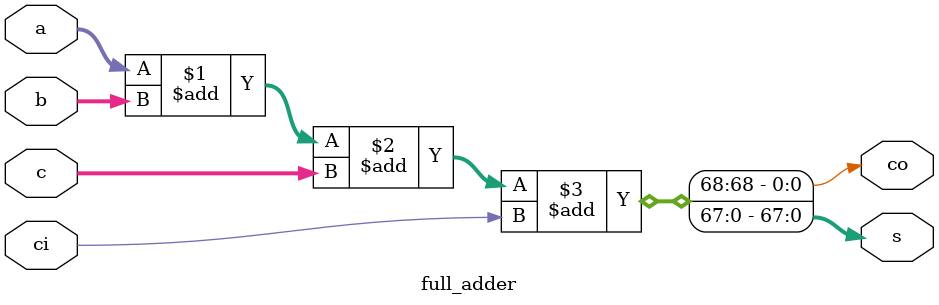
<source format=v>

module full_adder
#(
    parameter   LENGTH  =   32       //位宽参数
)
(
    input   wire    [LENGTH*2+3:0]  a   ,   //加数 a
    input   wire    [LENGTH*2+3:0]  b   ,   //加数 b
    input   wire    [LENGTH*2+3:0]  c   ,   //加数 c
    input   wire                    ci  ,   //进位输入
                                         
    output  wire    [LENGTH*2+3:0]  s   ,   //和
    output  wire                    co      //进位输出
);                                          


//***********************// main-code //*******************************//
assign {co, s}  = a + b + c + ci    ;   //行为级建模
    
endmodule


</source>
